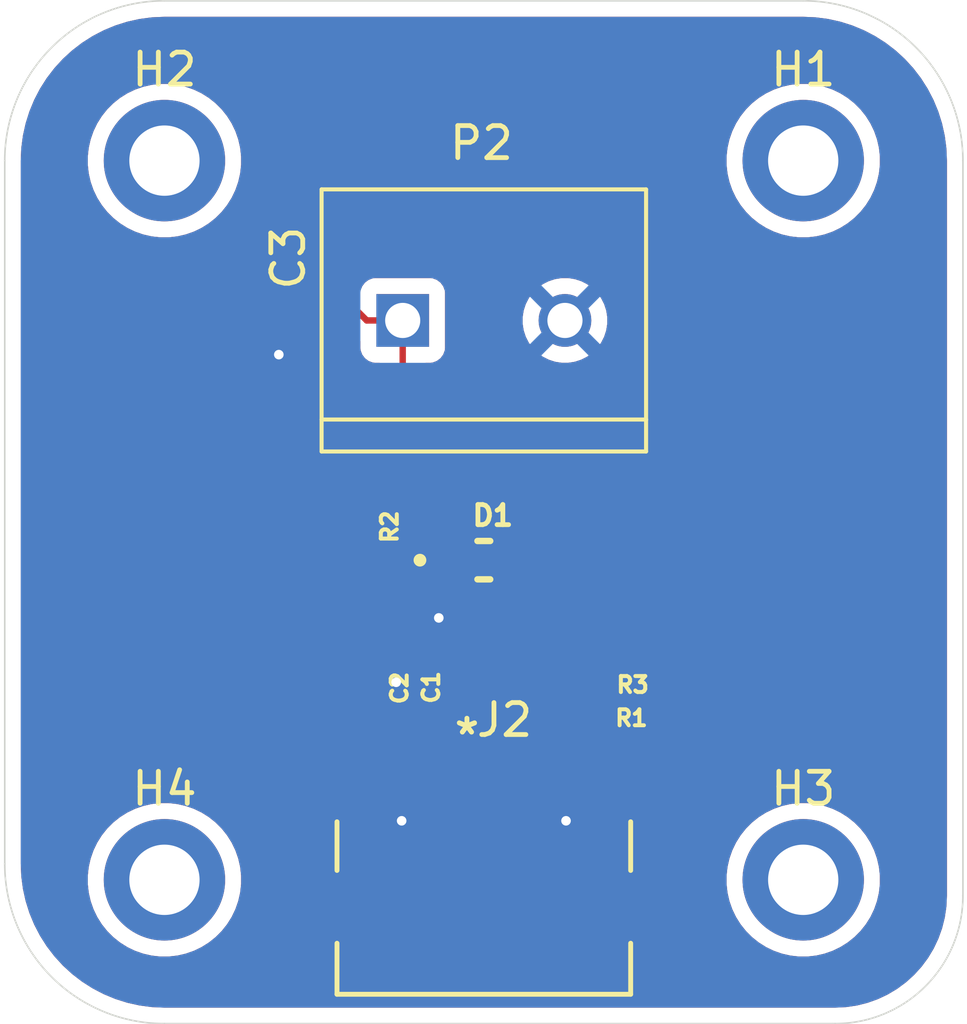
<source format=kicad_pcb>
(kicad_pcb (version 20241229) (generator "pcbnew") (generator_version "9.0")
  (layers (0 "F.Cu" signal) (2 "B.Cu" signal) (13 "F.Paste" user) (15 "B.Paste" user) (5 "F.SilkS" user "F.Silkscreen") (7 "B.SilkS" user "B.Silkscreen") (1 "F.Mask" user) (3 "B.Mask" user) (25 "Edge.Cuts" user))
  (net 0 "")
  (net 1 "GND")
  (net 2 "+5V")
  (net 3 "Net-(C3-Pad1)")
  (net 4 "Net-(D1-PadA)")
  (net 5 "Net-(J2-CC1)")
  (net 6 "Net-(J2-CC2)")
  (footprint "Resistor_SMD:R_0201_0603Metric" (layer "F.Cu") (at 187.93 77.35 180)
    (property "Reference" "R1" (at -1.69 -0.09 0) (layer "F.SilkS") (effects (font (size 0.5 0.5) (thickness 0.125))))
    (property "Value" "5.1K")
    (pad "1" smd roundrect (at -0.32 0 180) (size 0.46 0.4) (layers "F.Cu" "F.Mask") (net 5 "Net-(J2-CC1)"))
    (pad "2" smd roundrect (at 0.32 0 180) (size 0.46 0.4) (layers "F.Cu" "F.Mask") (net 1 "GND"))
  )
  (footprint "282837-2:TE_282837-2" (layer "F.Cu") (at 185 65)
    (property "Reference" "P2" (at -0.075 -5.55 0) (layer "F.SilkS") (effects (font (size 1.002039 1.002039))))
    (property "Value" "282837-2")
    (fp_line (start -5.08 -4.1) (end 5.08 -4.1) (stroke (width 0.127)) (layer "F.SilkS"))
    (fp_line (start -5.08 3.1) (end -5.08 -4.1) (stroke (width 0.127)) (layer "F.SilkS"))
    (fp_line (start -5.08 3.1) (end 5.08 3.1) (stroke (width 0.127)) (layer "F.SilkS"))
    (fp_line (start -5.08 4.1) (end -5.08 3.1) (stroke (width 0.127)) (layer "F.SilkS"))
    (fp_line (start 5.08 -4.1) (end 5.08 3.1) (stroke (width 0.127)) (layer "F.SilkS"))
    (fp_line (start 5.08 3.1) (end 5.08 4.1) (stroke (width 0.127)) (layer "F.SilkS"))
    (fp_line (start 5.08 4.1) (end -5.08 4.1) (stroke (width 0.127)) (layer "F.SilkS"))
    (pad "1" thru_hole rect (at -2.54 0) (size 1.65 1.65) (drill 1.1) (layers "*.Cu" "*.Mask") (net 3 "Net-(C3-Pad1)"))
    (pad "2" thru_hole circle (at 2.54 0) (size 1.65 1.65) (drill 1.1) (layers "*.Cu" "*.Mask") (net 1 "GND"))
  )
  (footprint "597-3305-607F:LEDC2012X70N" (layer "F.Cu") (at 185 72.5)
    (property "Reference" "D1" (at 0.28 -1.395 0) (layer "F.SilkS") (effects (font (size 0.629921 0.629921))))
    (property "Value" "597-3305-607F")
    (fp_line (start -0.2 -0.6) (end 0.2 -0.6) (stroke (width 0.2)) (layer "F.SilkS"))
    (fp_line (start -0.2 0.6) (end 0.2 0.6) (stroke (width 0.2)) (layer "F.SilkS"))
    (fp_circle (center -2 0) (end -1.9 0) (stroke (width 0.2)) (fill no) (layer "F.SilkS"))
    (pad "A" smd rect (at 0.9 0) (size 1.1 1.45) (layers "F.Cu" "F.Mask" "F.Paste") (net 4 "Net-(D1-PadA)"))
    (pad "C" smd rect (at -0.9 0) (size 1.1 1.45) (layers "F.Cu" "F.Mask" "F.Paste") (net 1 "GND"))
  )
  (footprint "footprints:2171750001_MOL" (layer "F.Cu") (at 185 82.5)
    (property "Reference" "J2" (at 0.65 -5 0) (layer "F.SilkS"))
    (property "Value" "2171750001")
    (fp_line (start -4.5974 -1.815688) (end -4.5974 -0.293113) (stroke (width 0.1524)) (layer "F.SilkS"))
    (fp_line (start -4.5974 1.984311) (end -4.5974 3.5814) (stroke (width 0.1524)) (layer "F.SilkS"))
    (fp_line (start -4.5974 3.5814) (end 4.5974 3.5814) (stroke (width 0.1524)) (layer "F.SilkS"))
    (fp_line (start 4.5974 -0.293113) (end 4.5974 -1.815688) (stroke (width 0.1524)) (layer "F.SilkS"))
    (fp_line (start 4.5974 3.5814) (end 4.5974 1.984311) (stroke (width 0.1524)) (layer "F.SilkS"))
    (fp_text user "*" (at -0.53 -4.51 0) (layer "F.SilkS"))
    (fp_text user "*" (at -0.528 -4.504 0) (layer "F.SilkS"))
    (pad "7" smd oval (at -4.32 -2.9544) (size 1.0922 1.7018) (layers "F.Cu" "F.Mask" "F.Paste"))
    (pad "8" smd oval (at 4.32 -2.9544) (size 1.0922 1.7018) (layers "F.Cu" "F.Mask" "F.Paste"))
    (pad "9" smd oval (at -4.32 0.845599) (size 1.0922 1.7018) (layers "F.Cu" "F.Mask" "F.Paste"))
    (pad "10" smd oval (at 4.32 0.845599) (size 1.0922 1.7018) (layers "F.Cu" "F.Mask" "F.Paste"))
    (pad "A5" smd rect (at -0.499999 -3.034401) (size 0.7112 1.1938) (layers "F.Cu" "F.Mask" "F.Paste") (net 5 "Net-(J2-CC1)"))
    (pad "A9" smd rect (at 1.52 -3.034401) (size 0.762 1.1938) (layers "F.Cu" "F.Mask" "F.Paste") (net 2 "+5V"))
    (pad "A12" smd rect (at 2.75 -3.034401) (size 0.8128 1.1938) (layers "F.Cu" "F.Mask" "F.Paste") (net 1 "GND"))
    (pad "B5" smd rect (at 0.499999 -3.034401) (size 0.7112 1.1938) (layers "F.Cu" "F.Mask" "F.Paste") (net 6 "Net-(J2-CC2)"))
    (pad "B9" smd rect (at -1.519936 -3.034284) (size 0.762 1.1938) (layers "F.Cu" "F.Mask" "F.Paste") (net 2 "+5V"))
    (pad "B12" smd rect (at -2.749936 -3.034284) (size 0.8128 1.1938) (layers "F.Cu" "F.Mask" "F.Paste") (net 1 "GND"))
  )
  (footprint "MountingHole:MountingHole_2.2mm_M2_DIN965_Pad" (layer "F.Cu") (at 195 82.5)
    (property "Reference" "H3" (at 0 -2.85 0) (layer "F.SilkS"))
    (property "Value" "MountingHole")
    (pad "1" thru_hole circle (at 0 0) (size 3.8 3.8) (drill 2.2) (layers "*.Cu" "*.Mask"))
  )
  (footprint "MountingHole:MountingHole_2.2mm_M2_DIN965_Pad" (layer "F.Cu") (at 175 82.5)
    (property "Reference" "H4" (at 0 -2.85 0) (layer "F.SilkS"))
    (property "Value" "MountingHole")
    (pad "1" thru_hole circle (at 0 0) (size 3.8 3.8) (drill 2.2) (layers "*.Cu" "*.Mask"))
  )
  (footprint "Capacitor_SMD:C_0201_0603Metric" (layer "F.Cu") (at 178.825 64.98 -90)
    (property "Reference" "C3" (at -1.93 -0.05 90) (layer "F.SilkS"))
    (property "Value" "100nF")
    (pad "1" smd roundrect (at -0.32 0 270) (size 0.46 0.4) (layers "F.Cu" "F.Mask") (net 3 "Net-(C3-Pad1)"))
    (pad "2" smd roundrect (at 0.32 0 270) (size 0.46 0.4) (layers "F.Cu" "F.Mask") (net 1 "GND"))
  )
  (footprint "Capacitor_SMD:C_0201_0603Metric" (layer "F.Cu") (at 182.405 77.8 90)
    (property "Reference" "C2" (at 1.3 -0.045 90) (layer "F.SilkS") (effects (font (size 0.5 0.5) (thickness 0.125))))
    (property "Value" "100nF")
    (pad "1" smd roundrect (at -0.32 0 90) (size 0.46 0.4) (layers "F.Cu" "F.Mask") (net 2 "+5V"))
    (pad "2" smd roundrect (at 0.32 0 90) (size 0.46 0.4) (layers "F.Cu" "F.Mask") (net 1 "GND"))
  )
  (footprint "Capacitor_SMD:C_0201_0603Metric" (layer "F.Cu") (at 183.28 77.805 90)
    (property "Reference" "C1" (at 1.325 0.07 90) (layer "F.SilkS") (effects (font (size 0.5 0.5) (thickness 0.125))))
    (property "Value" "100nF")
    (pad "1" smd roundrect (at -0.32 0 90) (size 0.46 0.4) (layers "F.Cu" "F.Mask") (net 2 "+5V"))
    (pad "2" smd roundrect (at 0.32 0 90) (size 0.46 0.4) (layers "F.Cu" "F.Mask") (net 1 "GND"))
  )
  (footprint "MountingHole:MountingHole_2.2mm_M2_DIN965_Pad" (layer "F.Cu") (at 195 60)
    (property "Reference" "H1" (at 0 -2.85 0) (layer "F.SilkS"))
    (property "Value" "MountingHole")
    (pad "1" thru_hole circle (at 0 0) (size 3.8 3.8) (drill 2.2) (layers "*.Cu" "*.Mask"))
  )
  (footprint "Resistor_SMD:R_0201_0603Metric" (layer "F.Cu") (at 187.98 76.325)
    (property "Reference" "R3" (at 1.68 0.075 0) (layer "F.SilkS") (effects (font (size 0.5 0.5) (thickness 0.125))))
    (property "Value" "5.1K")
    (pad "1" smd roundrect (at -0.32 0) (size 0.46 0.4) (layers "F.Cu" "F.Mask") (net 6 "Net-(J2-CC2)"))
    (pad "2" smd roundrect (at 0.32 0) (size 0.46 0.4) (layers "F.Cu" "F.Mask") (net 1 "GND"))
  )
  (footprint "MountingHole:MountingHole_2.2mm_M2_DIN965_Pad" (layer "F.Cu") (at 175 60)
    (property "Reference" "H2" (at 0 -2.85 0) (layer "F.SilkS"))
    (property "Value" "MountingHole")
    (pad "1" thru_hole circle (at 0 0) (size 3.8 3.8) (drill 2.2) (layers "*.Cu" "*.Mask"))
  )
  (footprint "Resistor_SMD:R_0201_0603Metric" (layer "F.Cu") (at 182.825 71.455 -90)
    (property "Reference" "R2" (at 0 0.775 90) (layer "F.SilkS") (effects (font (size 0.5 0.5) (thickness 0.125))))
    (property "Value" "1K")
    (pad "1" smd roundrect (at -0.32 0 270) (size 0.46 0.4) (layers "F.Cu" "F.Mask") (net 3 "Net-(C3-Pad1)"))
    (pad "2" smd roundrect (at 0.32 0 270) (size 0.46 0.4) (layers "F.Cu" "F.Mask") (net 4 "Net-(D1-PadA)"))
  )
  (gr_line (start 200 60) (end 200 83) (stroke (width 0.05)) (layer "Edge.Cuts"))
  (gr_line (start 170 60) (end 170 82) (stroke (width 0.05)) (layer "Edge.Cuts"))
  (gr_line (start 175 55) (end 195 55) (stroke (width 0.05)) (layer "Edge.Cuts"))
  (gr_arc (start 170 60) (mid 171.464466 56.464466) (end 175 55) (stroke (width 0.05)) (layer "Edge.Cuts"))
  (gr_arc (start 175 87) (mid 171.464466 85.535534) (end 170 82) (stroke (width 0.05)) (layer "Edge.Cuts"))
  (gr_arc (start 195 55) (mid 198.535534 56.464466) (end 200 60) (stroke (width 0.05)) (layer "Edge.Cuts"))
  (gr_arc (start 200 83) (mid 198.828427 85.828427) (end 196 87) (stroke (width 0.05)) (layer "Edge.Cuts"))
  (gr_line (start 196 87) (end 175 87) (stroke (width 0.05)) (layer "Edge.Cuts"))
  (segment (start 187.75 78.567) (end 187.61 78.427) (width 0.2) (layer "F.Cu") (net 1))
  (segment (start 178.581 66.0696) (end 178.825 65.8256) (width 0.2) (layer "F.Cu") (net 1))
  (segment (start 182.4268 80.654) (end 182.2501 80.4773) (width 0.2) (layer "F.Cu") (net 1))
  (segment (start 182.405 77.48) (end 183.275 77.48) (width 0.2) (layer "F.Cu") (net 1))
  (segment (start 178.825 65.8256) (end 178.825 65.3) (width 0.2) (layer "F.Cu") (net 1))
  (segment (start 187.5735 80.6539) (end 187.75 80.4774) (width 0.2) (layer "F.Cu") (net 1))
  (segment (start 182.405 76.4704) (end 182.405 76.5117) (width 0.2) (layer "F.Cu") (net 1))
  (segment (start 182.2501 80.4773) (end 182.2501 79.4657) (width 0.2) (layer "F.Cu") (net 1))
  (segment (start 187.61 77.35) (end 187.61 77.1826) (width 0.2) (layer "F.Cu") (net 1))
  (segment (start 187.61 78.427) (end 187.61 77.35) (width 0.2) (layer "F.Cu") (net 1))
  (segment (start 187.75 79.4656) (end 187.75 78.567) (width 0.2) (layer "F.Cu") (net 1))
  (segment (start 182.405 76.5117) (end 182.405 76.9285) (width 0.2) (layer "F.Cu") (net 1))
  (segment (start 188.3 76.4926) (end 188.3 76.325) (width 0.2) (layer "F.Cu") (net 1))
  (segment (start 187.75 80.4774) (end 187.75 79.4656) (width 0.2) (layer "F.Cu") (net 1))
  (segment (start 182.405 76.9285) (end 182.405 77.48) (width 0.2) (layer "F.Cu") (net 1))
  (segment (start 184.1 73.7967) (end 184.1 72.5) (width 0.2) (layer "F.Cu") (net 1))
  (segment (start 187.61 77.1826) (end 188.3 76.4926) (width 0.2) (layer "F.Cu") (net 1))
  (segment (start 182.2548 76.3202) (end 182.405 76.4704) (width 0.2) (layer "F.Cu") (net 1))
  (segment (start 183.275 77.48) (end 183.28 77.485) (width 0.2) (layer "F.Cu") (net 1))
  (segment (start 183.59 74.3067) (end 184.1 73.7967) (width 0.2) (layer "F.Cu") (net 1))
  (via (at 178.581 66.0696) (size 0.6) (drill 0.3) (layers "F.Cu" "B.Cu") (net 1))
  (via (at 182.2548 76.3202) (size 0.6) (drill 0.3) (layers "F.Cu" "B.Cu") (net 1))
  (via (at 187.5735 80.6539) (size 0.6) (drill 0.3) (layers "F.Cu" "B.Cu") (net 1))
  (via (at 182.4268 80.654) (size 0.6) (drill 0.3) (layers "F.Cu" "B.Cu") (net 1))
  (via (at 183.59 74.3067) (size 0.6) (drill 0.3) (layers "F.Cu" "B.Cu") (net 1))
  (segment (start 182.46 70.77) (end 182.46 65) (width 0.2) (layer "F.Cu") (net 3))
  (segment (start 182.46 65) (end 181.3333 65) (width 0.2) (layer "F.Cu") (net 3))
  (segment (start 180.9933 64.66) (end 181.3333 65) (width 0.2) (layer "F.Cu") (net 3))
  (segment (start 182.825 71.135) (end 182.46 70.77) (width 0.2) (layer "F.Cu") (net 3))
  (segment (start 178.825 64.66) (end 180.9933 64.66) (width 0.2) (layer "F.Cu") (net 3))
  (segment (start 185.9 72.5) (end 185.9 73.5267) (width 0.2) (layer "F.Cu") (net 4))
  (segment (start 183.2839 74.923) (end 184.5037 74.923) (width 0.2) (layer "F.Cu") (net 4))
  (segment (start 182.825 74.4641) (end 183.2839 74.923) (width 0.2) (layer "F.Cu") (net 4))
  (segment (start 184.5037 74.923) (end 185.9 73.5267) (width 0.2) (layer "F.Cu") (net 4))
  (segment (start 182.825 71.775) (end 182.825 74.4641) (width 0.2) (layer "F.Cu") (net 4))
  (segment (start 184.5 80.3642) (end 185.4508 81.315) (width 0.2) (layer "F.Cu") (net 5))
  (segment (start 188.4652 80.6194) (end 188.4652 77.5652) (width 0.2) (layer "F.Cu") (net 5))
  (segment (start 187.7696 81.315) (end 188.4652 80.6194) (width 0.2) (layer "F.Cu") (net 5))
  (segment (start 185.4508 81.315) (end 187.7696 81.315) (width 0.2) (layer "F.Cu") (net 5))
  (segment (start 188.4652 77.5652) (end 188.25 77.35) (width 0.2) (layer "F.Cu") (net 5))
  (segment (start 184.5 79.4656) (end 184.5 80.3642) (width 0.2) (layer "F.Cu") (net 5))
  (segment (start 187.66 76.325) (end 185.5 78.485) (width 0.2) (layer "F.Cu") (net 6))
  (segment (start 185.5 78.485) (end 185.5 79.4656) (width 0.2) (layer "F.Cu") (net 6))
  (zone (net 2) (net_name "+5V") (layer "F.Cu") (connect_pads (clearance 0.5)) (min_thickness 0.25) (fill yes (thermal_gap 0.5) (thermal_bridge_width 0.5))
    (polygon (pts (xy 170 55) (xy 200 55) (xy 200 87) (xy 170 87)))
  )
  (zone (net 1) (net_name "GND") (layer "B.Cu") (priority 1) (connect_pads (clearance 0.5)) (min_thickness 0.25) (fill yes (thermal_gap 0.5) (thermal_bridge_width 0.5))
    (polygon (pts (xy 170 55) (xy 200 55) (xy 200 87) (xy 170 87)))
  )
)
</source>
